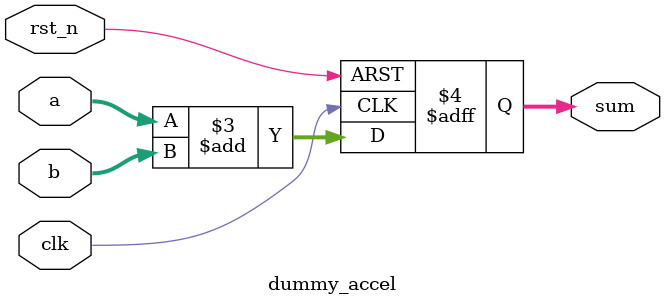
<source format=sv>
`timescale 1ns/1ps

module dummy_accel (
  input  logic        clk,
  input  logic        rst_n,
  input  logic [7:0]  a,
  input  logic [7:0]  b,
  output logic [8:0]  sum
);
  always_ff @(posedge clk or negedge rst_n) begin
    if (!rst_n)
      sum <= '0;
    else
      sum <= a + b;
  end
endmodule

</source>
